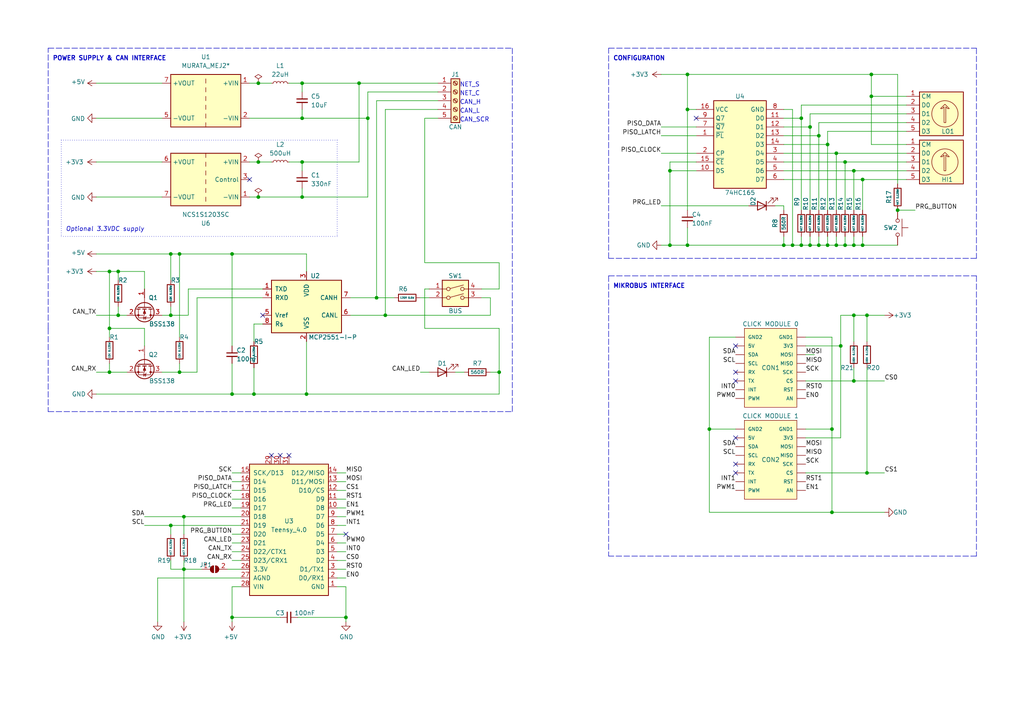
<source format=kicad_sch>
(kicad_sch (version 20230121) (generator eeschema)
  (paper "A4")
  (title_block (title "NOP100 N2K Module with MikroBus") (date "2024-07-15") (rev "2.0.0") (company "PDJR <preeve@pdjr.eu>"))
  (lib_symbols
    (symbol "Connector:Screw_Terminal_01x05" (pin_names (offset 1.016) hide)
      (property "Reference" "J" (at 0 7.62 0))
      (property "Value" "Screw_Terminal_01x05" (at 0 -7.62 0))
      (symbol "Screw_Terminal_01x05_1_1"
        (rectangle (start -1.27 6.35) (end 1.27 -6.35) (stroke (width 0.254)) (fill (type background)))
        (circle (center 0 -5.08) (radius 0.635) (stroke (width 0.1524)))
        (circle (center 0 -2.54) (radius 0.635) (stroke (width 0.1524)))
        (polyline (pts (xy -0.5334 -4.7498) (xy 0.3302 -5.588)) (stroke (width 0.1524)))
        (polyline (pts (xy -0.5334 -2.2098) (xy 0.3302 -3.048)) (stroke (width 0.1524)))
        (polyline (pts (xy -0.5334 0.3302) (xy 0.3302 -0.508)) (stroke (width 0.1524)))
        (polyline (pts (xy -0.5334 2.8702) (xy 0.3302 2.032)) (stroke (width 0.1524)))
        (polyline (pts (xy -0.5334 5.4102) (xy 0.3302 4.572)) (stroke (width 0.1524)))
        (polyline (pts (xy -0.3556 -4.572) (xy 0.508 -5.4102)) (stroke (width 0.1524)))
        (polyline (pts (xy -0.3556 -2.032) (xy 0.508 -2.8702)) (stroke (width 0.1524)))
        (polyline (pts (xy -0.3556 0.508) (xy 0.508 -0.3302)) (stroke (width 0.1524)))
        (polyline (pts (xy -0.3556 3.048) (xy 0.508 2.2098)) (stroke (width 0.1524)))
        (polyline (pts (xy -0.3556 5.588) (xy 0.508 4.7498)) (stroke (width 0.1524)))
        (circle (center 0 0) (radius 0.635) (stroke (width 0.1524)))
        (circle (center 0 2.54) (radius 0.635) (stroke (width 0.1524)))
        (circle (center 0 5.08) (radius 0.635) (stroke (width 0.1524)))
        (pin passive line (at -5.08 5.08 0) (length 3.81) (name "Pin_1") (number "1"))
        (pin passive line (at -5.08 2.54 0) (length 3.81) (name "Pin_2") (number "2"))
        (pin passive line (at -5.08 0 0) (length 3.81) (name "Pin_3") (number "3"))
        (pin passive line (at -5.08 -2.54 0) (length 3.81) (name "Pin_4") (number "4"))
        (pin passive line (at -5.08 -5.08 0) (length 3.81) (name "Pin_5") (number "5"))
      )
    )
    (symbol "Converter_DCDC:NCS1S1203SC"
      (property "Reference" "U" (at -8.89 8.89 0))
      (property "Value" "NCS1S1203SC" (at 8.89 8.89 0))
      (symbol "NCS1S1203SC_0_1"
        (rectangle (start -10.16 7.62) (end 10.16 -7.62) (stroke (width 0.254)) (fill (type background)))
        (polyline (pts (xy 0 -5.08) (xy 0 -6.35)))
        (polyline (pts (xy 0 -2.54) (xy 0 -3.81)))
        (polyline (pts (xy 0 0) (xy 0 -1.27)))
        (polyline (pts (xy 0 2.54) (xy 0 1.27)))
        (polyline (pts (xy 0 5.08) (xy 0 3.81)))
        (polyline (pts (xy 0 7.62) (xy 0 6.35)))
      )
      (symbol "NCS1S1203SC_1_1"
        (pin power_in line (at -12.7 -5.08 0) (length 2.54) (name "-VIN") (number "1"))
        (pin power_in line (at -12.7 5.08 0) (length 2.54) (name "+VIN") (number "2"))
        (pin input line (at -12.7 0 0) (length 2.54) (name "Control") (number "3"))
        (pin power_out line (at 12.7 5.08 180) (length 2.54) (name "+VOUT") (number "6"))
        (pin power_out line (at 12.7 -5.08 180) (length 2.54) (name "-VOUT") (number "7"))
      )
    )
    (symbol "Device:C_Small" (pin_numbers hide) (pin_names (offset 0.254) hide)
      (property "Reference" "C" (at 0.254 1.778 0))
      (property "Value" "C_Small" (at 0.254 -2.032 0))
      (symbol "C_Small_0_1"
        (polyline (pts (xy -1.524 -0.508) (xy 1.524 -0.508)) (stroke (width 0.3302)))
        (polyline (pts (xy -1.524 0.508) (xy 1.524 0.508)) (stroke (width 0.3048)))
      )
      (symbol "C_Small_1_1"
        (pin passive line (at 0 2.54 270) (length 2.032) (name "~") (number "1"))
        (pin passive line (at 0 -2.54 90) (length 2.032) (name "~") (number "2"))
      )
    )
    (symbol "Device:LED" (pin_numbers hide) (pin_names (offset 1.016) hide)
      (property "Reference" "D" (at 0 2.54 0))
      (property "Value" "LED" (at 0 -2.54 0))
      (symbol "LED_0_1"
        (polyline (pts (xy -1.27 -1.27) (xy -1.27 1.27)) (stroke (width 0.254)))
        (polyline (pts (xy -1.27 0) (xy 1.27 0)))
        (polyline (pts (xy 1.27 -1.27) (xy 1.27 1.27) (xy -1.27 0) (xy 1.27 -1.27)) (stroke (width 0.254)))
        (polyline (pts (xy -3.048 -0.762) (xy -4.572 -2.286) (xy -3.81 -2.286) (xy -4.572 -2.286) (xy -4.572 -1.524)))
        (polyline (pts (xy -1.778 -0.762) (xy -3.302 -2.286) (xy -2.54 -2.286) (xy -3.302 -2.286) (xy -3.302 -1.524)))
      )
      (symbol "LED_1_1"
        (pin passive line (at -3.81 0 0) (length 2.54) (name "K") (number "1"))
        (pin passive line (at 3.81 0 180) (length 2.54) (name "A") (number "2"))
      )
    )
    (symbol "Device:L_Small" (pin_numbers hide) (pin_names (offset 0.254) hide)
      (property "Reference" "L" (at 0.762 1.016 0))
      (property "Value" "L_Small" (at 0.762 -1.016 0))
      (symbol "L_Small_0_1"
        (arc (start 0 -2.032) (mid 0.5058 -1.524) (end 0 -1.016))
        (arc (start 0 -1.016) (mid 0.5058 -0.508) (end 0 0))
        (arc (start 0 0) (mid 0.5058 0.508) (end 0 1.016))
        (arc (start 0 1.016) (mid 0.5058 1.524) (end 0 2.032))
      )
      (symbol "L_Small_1_1"
        (pin passive line (at 0 2.54 270) (length 0.508) (name "~") (number "1"))
        (pin passive line (at 0 -2.54 90) (length 0.508) (name "~") (number "2"))
      )
    )
    (symbol "Device:R" (pin_numbers hide) (pin_names (offset 0))
      (property "Reference" "R" (at 2.032 0 90))
      (property "Value" "R" (at 0 0 90))
      (symbol "R_0_1"
        (rectangle (start -1.016 -2.54) (end 1.016 2.54) (stroke (width 0.254)))
      )
      (symbol "R_1_1"
        (pin passive line (at 0 3.81 270) (length 1.27) (name "~") (number "1"))
        (pin passive line (at 0 -3.81 90) (length 1.27) (name "~") (number "2"))
      )
    )
    (symbol "Interface_CAN_LIN:MCP2551-I-P" (pin_names (offset 1.016))
      (property "Reference" "U" (at -10.16 8.89 0))
      (property "Value" "MCP2551-I-P" (at 2.54 8.89 0))
      (symbol "MCP2551-I-P_0_1"
        (rectangle (start -10.16 7.62) (end 10.16 -7.62) (stroke (width 0.254)) (fill (type background)))
      )
      (symbol "MCP2551-I-P_1_1"
        (pin input line (at -12.7 5.08 0) (length 2.54) (name "TXD") (number "1"))
        (pin power_in line (at 0 -10.16 90) (length 2.54) (name "VSS") (number "2"))
        (pin power_in line (at 0 10.16 270) (length 2.54) (name "VDD") (number "3"))
        (pin output line (at -12.7 2.54 0) (length 2.54) (name "RXD") (number "4"))
        (pin power_out line (at -12.7 -2.54 0) (length 2.54) (name "Vref") (number "5"))
        (pin bidirectional line (at 12.7 -2.54 180) (length 2.54) (name "CANL") (number "6"))
        (pin bidirectional line (at 12.7 2.54 180) (length 2.54) (name "CANH") (number "7"))
        (pin input line (at -12.7 -5.08 0) (length 2.54) (name "Rs") (number "8"))
      )
    )
    (symbol "Jumper:SolderJumper_2_Open" (pin_names (offset 0) hide)
      (property "Reference" "JP" (at 0 2.032 0))
      (property "Value" "SolderJumper_2_Open" (at 0 -2.54 0))
      (symbol "SolderJumper_2_Open_0_1"
        (arc (start -0.254 1.016) (mid -1.2656 0) (end -0.254 -1.016))
        (arc (start -0.254 1.016) (mid -1.2656 0) (end -0.254 -1.016) (fill (type outline)))
        (polyline (pts (xy -0.254 1.016) (xy -0.254 -1.016)))
        (polyline (pts (xy 0.254 1.016) (xy 0.254 -1.016)))
        (arc (start 0.254 -1.016) (mid 1.2656 0) (end 0.254 1.016))
        (arc (start 0.254 -1.016) (mid 1.2656 0) (end 0.254 1.016) (fill (type outline)))
      )
      (symbol "SolderJumper_2_Open_1_1"
        (pin passive line (at -3.81 0 0) (length 2.54) (name "A") (number "1"))
        (pin passive line (at 3.81 0 180) (length 2.54) (name "B") (number "2"))
      )
    )
    (symbol "Switch:SW_Coded"
      (property "Reference" "SW" (at 0 7.62 0))
      (property "Value" "SW_Coded" (at 0 -7.62 0))
      (symbol "SW_Coded_0_1"
        (rectangle (start -6.35 6.35) (end 6.35 -6.35) (stroke (width 0.254)) (fill (type background)))
        (circle (center -1.016 0) (radius 3.81))
        (polyline (pts (xy -1.27 -2.54) (xy -1.27 2.032) (xy -1.778 1.524) (xy -2.286 1.524) (xy -1.016 2.794) (xy 0.254 1.524) (xy -0.254 1.524) (xy -0.762 2.032) (xy -0.762 -2.54) (xy -1.27 -2.54) (xy -1.27 -2.54)))
      )
      (symbol "SW_Coded_1_1"
        (pin passive line (at 10.16 5.08 180) (length 3.81) (name "CM") (number "1"))
        (pin passive line (at 10.16 2.54 180) (length 3.81) (name "D0") (number "2"))
        (pin passive line (at 10.16 0 180) (length 3.81) (name "D1") (number "3"))
        (pin passive line (at 10.16 -2.54 180) (length 3.81) (name "D2") (number "4"))
        (pin passive line (at 10.16 -5.08 180) (length 3.81) (name "D3") (number "5"))
      )
    )
    (symbol "Switch:SW_DIP_x02" (pin_names (offset 0) hide)
      (property "Reference" "SW" (at 0 6.35 0))
      (property "Value" "SW_DIP_x02" (at 0 -3.81 0))
      (symbol "SW_DIP_x02_0_0"
        (circle (center -2.032 0) (radius 0.508))
        (circle (center -2.032 2.54) (radius 0.508))
        (polyline (pts (xy -1.524 0.127) (xy 2.3622 1.1684)))
        (polyline (pts (xy -1.524 2.667) (xy 2.3622 3.7084)))
        (circle (center 2.032 0) (radius 0.508))
        (circle (center 2.032 2.54) (radius 0.508))
      )
      (symbol "SW_DIP_x02_0_1"
        (rectangle (start -3.81 5.08) (end 3.81 -2.54) (stroke (width 0.254)) (fill (type background)))
      )
      (symbol "SW_DIP_x02_1_1"
        (pin passive line (at -7.62 2.54 0) (length 5.08) (name "~") (number "1"))
        (pin passive line (at -7.62 0 0) (length 5.08) (name "~") (number "2"))
        (pin passive line (at 7.62 0 180) (length 5.08) (name "~") (number "3"))
        (pin passive line (at 7.62 2.54 180) (length 5.08) (name "~") (number "4"))
      )
    )
    (symbol "Switch:SW_Push" (pin_numbers hide) (pin_names (offset 1.016) hide)
      (property "Reference" "SW" (at 1.27 2.54 0))
      (property "Value" "SW_Push" (at 0 -1.524 0))
      (symbol "SW_Push_0_1"
        (circle (center -2.032 0) (radius 0.508))
        (polyline (pts (xy 0 1.27) (xy 0 3.048)))
        (polyline (pts (xy 2.54 1.27) (xy -2.54 1.27)))
        (circle (center 2.032 0) (radius 0.508))
        (pin passive line (at -5.08 0 0) (length 2.54) (name "1") (number "1"))
        (pin passive line (at 5.08 0 180) (length 2.54) (name "2") (number "2"))
      )
    )
    (symbol "Transistor_FET:BSS138" (pin_names hide)
      (property "Reference" "Q" (at 5.08 1.905 0))
      (property "Value" "BSS138" (at 5.08 0 0))
      (symbol "BSS138_0_1"
        (polyline (pts (xy 0.254 0) (xy -2.54 0)))
        (polyline (pts (xy 0.254 1.905) (xy 0.254 -1.905)) (stroke (width 0.254)))
        (polyline (pts (xy 0.762 -1.27) (xy 0.762 -2.286)) (stroke (width 0.254)))
        (polyline (pts (xy 0.762 0.508) (xy 0.762 -0.508)) (stroke (width 0.254)))
        (polyline (pts (xy 0.762 2.286) (xy 0.762 1.27)) (stroke (width 0.254)))
        (polyline (pts (xy 2.54 2.54) (xy 2.54 1.778)))
        (polyline (pts (xy 2.54 -2.54) (xy 2.54 0) (xy 0.762 0)))
        (polyline (pts (xy 0.762 -1.778) (xy 3.302 -1.778) (xy 3.302 1.778) (xy 0.762 1.778)))
        (polyline (pts (xy 1.016 0) (xy 2.032 0.381) (xy 2.032 -0.381) (xy 1.016 0)) (fill (type outline)))
        (polyline (pts (xy 2.794 0.508) (xy 2.921 0.381) (xy 3.683 0.381) (xy 3.81 0.254)))
        (polyline (pts (xy 3.302 0.381) (xy 2.921 -0.254) (xy 3.683 -0.254) (xy 3.302 0.381)))
        (circle (center 1.651 0) (radius 2.794) (stroke (width 0.254)))
        (circle (center 2.54 -1.778) (radius 0.254) (fill (type outline)))
        (circle (center 2.54 1.778) (radius 0.254) (fill (type outline)))
      )
      (symbol "BSS138_1_1"
        (pin input line (at -5.08 0 0) (length 2.54) (name "G") (number "1"))
        (pin passive line (at 2.54 -5.08 90) (length 2.54) (name "S") (number "2"))
        (pin passive line (at 2.54 5.08 270) (length 2.54) (name "D") (number "3"))
      )
    )
    (symbol "pdjr:74HC165"
      (property "Reference" "U" (at -7.62 19.05 0))
      (property "Value" "74HC165" (at -7.62 -8.89 0))
      (symbol "74HC165_1_0"
        (pin input line (at 12.7 7.62 180) (length 5.08) (name "~{PL}") (number "1"))
        (pin input line (at 12.7 -2.54 180) (length 5.08) (name "DS") (number "10"))
        (pin input line (at -12.7 12.7 0) (length 5.08) (name "D0") (number "11"))
        (pin input line (at -12.7 10.16 0) (length 5.08) (name "D1") (number "12"))
        (pin input line (at -12.7 7.62 0) (length 5.08) (name "D2") (number "13"))
        (pin input line (at -12.7 5.08 0) (length 5.08) (name "D3") (number "14"))
        (pin input line (at 12.7 0 180) (length 5.08) (name "~{CE}") (number "15"))
        (pin power_in line (at 12.7 15.24 180) (length 5.08) (name "VCC") (number "16"))
        (pin input line (at 12.7 2.54 180) (length 5.08) (name "CP") (number "2"))
        (pin input line (at -12.7 2.54 0) (length 5.08) (name "D4") (number "3"))
        (pin input line (at -12.7 0 0) (length 5.08) (name "D5") (number "4"))
        (pin input line (at -12.7 -2.54 0) (length 5.08) (name "D6") (number "5"))
        (pin input line (at -12.7 -5.08 0) (length 5.08) (name "D7") (number "6"))
        (pin output line (at 12.7 10.16 180) (length 5.08) (name "~{Q7}") (number "7"))
        (pin power_in line (at -12.7 15.24 0) (length 5.08) (name "GND") (number "8"))
        (pin output line (at 12.7 12.7 180) (length 5.08) (name "Q7") (number "9"))
      )
      (symbol "74HC165_1_1"
        (rectangle (start -7.62 17.78) (end 7.62 -7.62) (stroke (width 0.254)) (fill (type background)))
      )
    )
    (symbol "pdjr:MIKROBUS_MODULE_CONN" (pin_numbers hide) (pin_names (offset 1.016))
      (property "Reference" "CON2" (at 0 -16.51 0))
      (property "Value" "MIKROBUS_MODULE_CONN" (at 0 -13.97 0))
      (symbol "MIKROBUS_MODULE_CONN_1_0"
        (rectangle (start -7.62 11.43) (end 7.62 -11.43) (fill (type background)))
        (pin bidirectional line (at -10.16 8.89 0) (length 2.54) (name "AN") (number "P1"))
        (pin power_in line (at 10.16 -6.35 180) (length 2.54) (name "5V") (number "P10"))
        (pin bidirectional line (at 10.16 -3.81 180) (length 2.54) (name "SDA") (number "P11"))
        (pin bidirectional line (at 10.16 -1.27 180) (length 2.54) (name "SCL") (number "P12"))
        (pin bidirectional line (at 10.16 1.27 180) (length 2.54) (name "RX") (number "P13"))
        (pin bidirectional line (at 10.16 3.81 180) (length 2.54) (name "TX") (number "P14"))
        (pin bidirectional line (at 10.16 6.35 180) (length 2.54) (name "INT") (number "P15"))
        (pin bidirectional line (at 10.16 8.89 180) (length 2.54) (name "PWM") (number "P16"))
        (pin bidirectional line (at -10.16 6.35 0) (length 2.54) (name "RST") (number "P2"))
        (pin bidirectional line (at -10.16 3.81 0) (length 2.54) (name "CS") (number "P3"))
        (pin bidirectional line (at -10.16 1.27 0) (length 2.54) (name "SCK") (number "P4"))
        (pin bidirectional line (at -10.16 -1.27 0) (length 2.54) (name "MISO") (number "P5"))
        (pin bidirectional line (at -10.16 -3.81 0) (length 2.54) (name "MOSI") (number "P6"))
        (pin power_in line (at -10.16 -6.35 0) (length 2.54) (name "3V3") (number "P7"))
        (pin power_in line (at -10.16 -8.89 0) (length 2.54) (name "GND1") (number "P8"))
        (pin power_in line (at 10.16 -8.89 180) (length 2.54) (name "GND2") (number "P9"))
      )
    )
    (symbol "pdjr:MURATA_MEJ2*"
      (property "Reference" "U1" (at 0 12.7 0))
      (property "Value" "MURATA_MEJ2*" (at 0 10.16 0))
      (symbol "MURATA_MEJ2*_0_1"
        (rectangle (start -10.16 7.62) (end 10.16 -7.62) (stroke (width 0.254)) (fill (type background)))
        (polyline (pts (xy 0 -5.08) (xy 0 -6.35)))
        (polyline (pts (xy 0 -2.54) (xy 0 -3.81)))
        (polyline (pts (xy 0 0) (xy 0 -1.27)))
        (polyline (pts (xy 0 2.54) (xy 0 1.27)))
        (polyline (pts (xy 0 5.08) (xy 0 3.81)))
        (polyline (pts (xy 0 7.62) (xy 0 6.35)))
      )
      (symbol "MURATA_MEJ2*_1_1"
        (pin power_in line (at -12.7 -5.08 0) (length 2.54) (name "+VIN") (number "1"))
        (pin power_in line (at -12.7 5.08 0) (length 2.54) (name "-VIN") (number "2"))
        (pin power_out line (at 12.7 5.08 180) (length 2.54) (name "-VOUT") (number "5"))
        (pin power_out line (at 12.7 -5.08 180) (length 2.54) (name "+VOUT") (number "7"))
      )
    )
    (symbol "pdjr:Teensy_4.0" (pin_names (offset 1.016))
      (property "Reference" "U3" (at 13.97 5.08 0))
      (property "Value" "Teensy_4.0" (at 13.97 7.62 0))
      (symbol "Teensy_4.0_0_1"
        (rectangle (start 2.54 -35.56) (end 25.4 2.54) (stroke (width 0.254)) (fill (type background)))
      )
      (symbol "Teensy_4.0_1_1"
        (pin power_in line (at 0 0 0) (length 2.54) (name "GND") (number "1"))
        (pin bidirectional line (at 0 -22.86 0) (length 2.54) (name "D8") (number "10"))
        (pin bidirectional line (at 0 -25.4 0) (length 2.54) (name "D9") (number "11"))
        (pin bidirectional line (at 0 -27.94 0) (length 2.54) (name "D10/CS") (number "12"))
        (pin bidirectional line (at 0 -30.48 0) (length 2.54) (name "D11/MOSI") (number "13"))
        (pin bidirectional line (at 0 -33.02 0) (length 2.54) (name "D12/MISO") (number "14"))
        (pin bidirectional line (at 27.94 -33.02 180) (length 2.54) (name "SCK/D13") (number "15"))
        (pin bidirectional line (at 27.94 -30.48 180) (length 2.54) (name "D14") (number "16"))
        (pin bidirectional line (at 27.94 -27.94 180) (length 2.54) (name "D15") (number "17"))
        (pin bidirectional line (at 27.94 -25.4 180) (length 2.54) (name "D16") (number "18"))
        (pin bidirectional line (at 27.94 -22.86 180) (length 2.54) (name "D17") (number "19"))
        (pin bidirectional line (at 0 -2.54 0) (length 2.54) (name "D0/RX1") (number "2"))
        (pin bidirectional line (at 27.94 -20.32 180) (length 2.54) (name "D18") (number "20"))
        (pin bidirectional line (at 27.94 -17.78 180) (length 2.54) (name "D19") (number "21"))
        (pin bidirectional line (at 27.94 -15.24 180) (length 2.54) (name "D20") (number "22"))
        (pin bidirectional line (at 27.94 -12.7 180) (length 2.54) (name "D21") (number "23"))
        (pin bidirectional line (at 27.94 -10.16 180) (length 2.54) (name "D22/CTX1") (number "24"))
        (pin bidirectional line (at 27.94 -7.62 180) (length 2.54) (name "D23/CRX1") (number "25"))
        (pin power_out line (at 27.94 -5.08 180) (length 2.54) (name "3.3V") (number "26"))
        (pin power_in line (at 27.94 -2.54 180) (length 2.54) (name "AGND") (number "27"))
        (pin power_in line (at 27.94 0 180) (length 2.54) (name "VIN") (number "28"))
        (pin input line (at 19.05 -38.1 90) (length 2.54) (name "~") (number "29"))
        (pin bidirectional line (at 0 -5.08 0) (length 2.54) (name "D1/TX1") (number "3"))
        (pin input line (at 16.51 -38.1 90) (length 2.54) (name "~") (number "30"))
        (pin input line (at 13.97 -38.1 90) (length 2.54) (name "~") (number "31"))
        (pin bidirectional line (at 0 -7.62 0) (length 2.54) (name "D2") (number "4"))
        (pin bidirectional line (at 0 -10.16 0) (length 2.54) (name "D3") (number "5"))
        (pin bidirectional line (at 0 -12.7 0) (length 2.54) (name "D4") (number "6"))
        (pin bidirectional line (at 0 -15.24 0) (length 2.54) (name "D5") (number "7"))
        (pin bidirectional line (at 0 -17.78 0) (length 2.54) (name "D6") (number "8"))
        (pin bidirectional line (at 0 -20.32 0) (length 2.54) (name "D7") (number "9"))
      )
    )
    (symbol "power:+3V3" (power) (pin_names (offset 0))
      (property "Value" "+3V3" (at 0 3.556 0))
      (symbol "+3V3_0_1"
        (polyline (pts (xy -0.762 1.27) (xy 0 2.54)))
        (polyline (pts (xy 0 0) (xy 0 2.54)))
        (polyline (pts (xy 0 2.54) (xy 0.762 1.27)))
      )
      (symbol "+3V3_1_1"
        (pin power_in line (at 0 0 90) (length 0) hide (name "+3V3") (number "1"))
      )
    )
    (symbol "power:+5V" (power) (pin_names (offset 0))
      (property "Value" "+5V" (at 0 3.556 0))
      (symbol "+5V_0_1"
        (polyline (pts (xy -0.762 1.27) (xy 0 2.54)))
        (polyline (pts (xy 0 0) (xy 0 2.54)))
        (polyline (pts (xy 0 2.54) (xy 0.762 1.27)))
      )
      (symbol "+5V_1_1"
        (pin power_in line (at 0 0 90) (length 0) hide (name "+5V") (number "1"))
      )
    )
    (symbol "power:GND" (power) (pin_names (offset 0))
      (property "Value" "GND" (at 0 -3.81 0))
      (symbol "GND_0_1"
        (polyline (pts (xy 0 0) (xy 0 -1.27) (xy 1.27 -1.27) (xy 0 -2.54) (xy -1.27 -1.27) (xy 0 -1.27)))
      )
      (symbol "GND_1_1"
        (pin power_in line (at 0 0 270) (length 0) hide (name "GND") (number "1"))
      )
    )
    (symbol "power:PWR_FLAG" (power) (pin_numbers hide) (pin_names (offset 0) hide)
      (property "Value" "PWR_FLAG" (at 0 3.81 0))
      (symbol "PWR_FLAG_0_0"
        (pin power_out line (at 0 0 90) (length 0) (name "pwr") (number "1"))
      )
      (symbol "PWR_FLAG_0_1"
        (polyline (pts (xy 0 0) (xy 0 1.27) (xy -1.016 1.905) (xy 0 2.54) (xy 1.016 1.905) (xy 0 1.27)))
      )
    )
  )
  (junction (at 242.57 71.12))
  (junction (at 199.39 31.75))
  (junction (at 237.49 71.12))
  (junction (at 87.63 57.15))
  (junction (at 199.39 21.59))
  (junction (at 243.84 100.33))
  (junction (at 194.31 49.53))
  (junction (at 232.41 71.12))
  (junction (at 260.35 60.96))
  (junction (at 67.31 73.66))
  (junction (at 199.39 71.12))
  (junction (at 144.78 107.95))
  (junction (at 53.34 165.1))
  (junction (at 74.93 24.13))
  (junction (at 240.03 41.91))
  (junction (at 237.49 39.37))
  (junction (at 245.11 46.99))
  (junction (at 229.87 71.12))
  (junction (at 234.95 36.83))
  (junction (at 74.93 46.99))
  (junction (at 100.33 179.07))
  (junction (at 34.29 91.44))
  (junction (at 240.03 71.12))
  (junction (at 74.93 57.15))
  (junction (at 242.57 44.45))
  (junction (at 53.34 149.86))
  (junction (at 232.41 34.29))
  (junction (at 250.19 52.07))
  (junction (at 31.75 78.74))
  (junction (at 49.53 73.66))
  (junction (at 250.19 71.12))
  (junction (at 87.63 34.29))
  (junction (at 252.73 27.94))
  (junction (at 251.46 137.16))
  (junction (at 251.46 91.44))
  (junction (at 52.07 107.95))
  (junction (at 49.53 91.44))
  (junction (at 104.14 24.13))
  (junction (at 245.11 71.12))
  (junction (at 241.3 148.59))
  (junction (at 111.76 91.44))
  (junction (at 247.65 110.49))
  (junction (at 87.63 46.99))
  (junction (at 247.65 91.44))
  (junction (at 52.07 73.66))
  (junction (at 247.65 49.53))
  (junction (at 31.75 95.25))
  (junction (at 67.31 179.07))
  (junction (at 109.22 86.36))
  (junction (at 241.3 124.46))
  (junction (at 73.66 114.3))
  (junction (at 247.65 71.12))
  (junction (at 87.63 24.13))
  (junction (at 234.95 71.12))
  (junction (at 34.29 78.74))
  (junction (at 67.31 114.3))
  (junction (at 88.9 114.3))
  (junction (at 49.53 152.4))
  (junction (at 194.31 71.12))
  (junction (at 205.74 124.46))
  (junction (at 31.75 107.95))
  (junction (at 227.33 71.12))
  (junction (at 252.73 21.59))
  (junction (at 106.68 34.29))
  (no_connect (at 201.93 34.29))
  (no_connect (at 213.36 110.49))
  (no_connect (at 213.36 137.16))
  (no_connect (at 213.36 127))
  (no_connect (at 76.2 91.44))
  (no_connect (at 72.39 52.07))
  (no_connect (at 213.36 134.62))
  (no_connect (at 81.28 132.08))
  (no_connect (at 100.33 154.94))
  (no_connect (at 83.82 132.08))
  (no_connect (at 78.74 132.08))
  (no_connect (at 213.36 107.95))
  (no_connect (at 213.36 100.33))
  (polyline (pts (xy 283.21 161.29) (xy 176.53 161.29)) (stroke (width 0) (type dash)))
  (wire (pts (xy 199.39 60.96) (xy 199.39 31.75)))
  (wire (pts (xy 240.03 38.1) (xy 262.89 38.1)))
  (wire (pts (xy 252.73 27.94) (xy 262.89 27.94)))
  (wire (pts (xy 132.08 107.95) (xy 134.62 107.95)))
  (wire (pts (xy 67.31 144.78) (xy 69.85 144.78)))
  (wire (pts (xy 49.53 81.28) (xy 49.53 73.66)))
  (wire (pts (xy 142.24 86.36) (xy 139.7 86.36)))
  (wire (pts (xy 237.49 68.58) (xy 237.49 71.12)))
  (wire (pts (xy 49.53 152.4) (xy 49.53 154.94)))
  (wire (pts (xy 227.33 46.99) (xy 245.11 46.99)))
  (wire (pts (xy 205.74 124.46) (xy 213.36 124.46)))
  (wire (pts (xy 247.65 91.44) (xy 251.46 91.44)))
  (wire (pts (xy 234.95 71.12) (xy 237.49 71.12)))
  (wire (pts (xy 41.91 149.86) (xy 53.34 149.86)))
  (wire (pts (xy 227.33 68.58) (xy 227.33 71.12)))
  (wire (pts (xy 237.49 39.37) (xy 237.49 60.96)))
  (wire (pts (xy 31.75 95.25) (xy 41.91 95.25)))
  (wire (pts (xy 205.74 97.79) (xy 205.74 124.46)))
  (wire (pts (xy 243.84 127) (xy 243.84 100.33)))
  (wire (pts (xy 45.72 167.64) (xy 45.72 180.34)))
  (wire (pts (xy 233.68 110.49) (xy 247.65 110.49)))
  (wire (pts (xy 97.79 147.32) (xy 100.33 147.32)))
  (wire (pts (xy 67.31 73.66) (xy 88.9 73.66)))
  (wire (pts (xy 109.22 29.21) (xy 109.22 86.36)))
  (wire (pts (xy 27.94 34.29) (xy 46.99 34.29)))
  (wire (pts (xy 87.63 34.29) (xy 106.68 34.29)))
  (wire (pts (xy 201.93 39.37) (xy 191.77 39.37)))
  (wire (pts (xy 97.79 144.78) (xy 100.33 144.78)))
  (wire (pts (xy 31.75 107.95) (xy 36.83 107.95)))
  (wire (pts (xy 199.39 31.75) (xy 201.93 31.75)))
  (wire (pts (xy 97.79 139.7) (xy 100.33 139.7)))
  (wire (pts (xy 232.41 34.29) (xy 232.41 30.48)))
  (wire (pts (xy 73.66 93.98) (xy 76.2 93.98)))
  (wire (pts (xy 31.75 107.95) (xy 27.94 107.95)))
  (wire (pts (xy 83.82 24.13) (xy 87.63 24.13)))
  (wire (pts (xy 27.94 57.15) (xy 46.99 57.15)))
  (wire (pts (xy 199.39 71.12) (xy 194.31 71.12)))
  (wire (pts (xy 69.85 170.18) (xy 67.31 170.18)))
  (wire (pts (xy 97.79 152.4) (xy 100.33 152.4)))
  (wire (pts (xy 229.87 71.12) (xy 232.41 71.12)))
  (wire (pts (xy 67.31 100.33) (xy 67.31 73.66)))
  (polyline (pts (xy 13.97 119.38) (xy 148.59 119.38)) (stroke (width 0) (type dash)))
  (wire (pts (xy 31.75 105.41) (xy 31.75 107.95)))
  (wire (pts (xy 53.34 149.86) (xy 69.85 149.86)))
  (wire (pts (xy 52.07 73.66) (xy 52.07 97.79)))
  (wire (pts (xy 199.39 71.12) (xy 227.33 71.12)))
  (wire (pts (xy 52.07 107.95) (xy 46.99 107.95)))
  (wire (pts (xy 242.57 68.58) (xy 242.57 71.12)))
  (wire (pts (xy 49.53 165.1) (xy 49.53 162.56)))
  (wire (pts (xy 97.79 160.02) (xy 100.33 160.02)))
  (wire (pts (xy 67.31 162.56) (xy 69.85 162.56)))
  (wire (pts (xy 199.39 21.59) (xy 252.73 21.59)))
  (wire (pts (xy 52.07 105.41) (xy 52.07 107.95)))
  (wire (pts (xy 205.74 124.46) (xy 205.74 148.59)))
  (wire (pts (xy 144.78 83.82) (xy 144.78 76.2)))
  (wire (pts (xy 205.74 97.79) (xy 213.36 97.79)))
  (wire (pts (xy 74.93 24.13) (xy 78.74 24.13)))
  (wire (pts (xy 123.19 34.29) (xy 123.19 76.2)))
  (wire (pts (xy 233.68 102.87) (xy 236.22 102.87)))
  (wire (pts (xy 243.84 91.44) (xy 247.65 91.44)))
  (polyline (pts (xy 283.21 74.93) (xy 176.53 74.93)) (stroke (width 0) (type dash)))
  (wire (pts (xy 227.33 49.53) (xy 247.65 49.53)))
  (wire (pts (xy 49.53 88.9) (xy 49.53 91.44)))
  (wire (pts (xy 31.75 97.79) (xy 31.75 95.25)))
  (wire (pts (xy 67.31 157.48) (xy 69.85 157.48)))
  (wire (pts (xy 49.53 152.4) (xy 69.85 152.4)))
  (wire (pts (xy 87.63 57.15) (xy 106.68 57.15)))
  (wire (pts (xy 232.41 34.29) (xy 232.41 60.96)))
  (wire (pts (xy 97.79 142.24) (xy 100.33 142.24)))
  (wire (pts (xy 234.95 68.58) (xy 234.95 71.12)))
  (wire (pts (xy 88.9 114.3) (xy 144.78 114.3)))
  (wire (pts (xy 67.31 179.07) (xy 81.28 179.07)))
  (wire (pts (xy 205.74 148.59) (xy 241.3 148.59)))
  (wire (pts (xy 251.46 106.68) (xy 251.46 137.16)))
  (wire (pts (xy 247.65 110.49) (xy 256.54 110.49)))
  (wire (pts (xy 260.35 60.96) (xy 265.43 60.96)))
  (wire (pts (xy 101.6 91.44) (xy 111.76 91.44)))
  (wire (pts (xy 240.03 41.91) (xy 240.03 60.96)))
  (polyline (pts (xy 176.53 74.93) (xy 176.53 13.97)) (stroke (width 0) (type dash)))
  (wire (pts (xy 260.35 21.59) (xy 252.73 21.59)))
  (wire (pts (xy 27.94 24.13) (xy 46.99 24.13)))
  (wire (pts (xy 252.73 41.91) (xy 262.89 41.91)))
  (wire (pts (xy 87.63 54.61) (xy 87.63 57.15)))
  (wire (pts (xy 34.29 91.44) (xy 27.94 91.44)))
  (wire (pts (xy 241.3 148.59) (xy 256.54 148.59)))
  (wire (pts (xy 142.24 107.95) (xy 144.78 107.95)))
  (wire (pts (xy 250.19 52.07) (xy 250.19 60.96)))
  (wire (pts (xy 97.79 149.86) (xy 100.33 149.86)))
  (wire (pts (xy 201.93 44.45) (xy 191.77 44.45)))
  (wire (pts (xy 245.11 68.58) (xy 245.11 71.12)))
  (wire (pts (xy 260.35 53.34) (xy 260.35 21.59)))
  (wire (pts (xy 100.33 179.07) (xy 100.33 170.18)))
  (wire (pts (xy 245.11 46.99) (xy 262.89 46.99)))
  (wire (pts (xy 227.33 39.37) (xy 237.49 39.37)))
  (wire (pts (xy 227.33 31.75) (xy 229.87 31.75)))
  (wire (pts (xy 67.31 137.16) (xy 69.85 137.16)))
  (wire (pts (xy 67.31 142.24) (xy 69.85 142.24)))
  (wire (pts (xy 250.19 52.07) (xy 262.89 52.07)))
  (wire (pts (xy 52.07 73.66) (xy 67.31 73.66)))
  (wire (pts (xy 191.77 36.83) (xy 201.93 36.83)))
  (wire (pts (xy 124.46 83.82) (xy 123.19 83.82)))
  (wire (pts (xy 234.95 33.02) (xy 262.89 33.02)))
  (wire (pts (xy 34.29 91.44) (xy 36.83 91.44)))
  (wire (pts (xy 72.39 46.99) (xy 74.93 46.99)))
  (wire (pts (xy 251.46 137.16) (xy 256.54 137.16)))
  (wire (pts (xy 72.39 34.29) (xy 87.63 34.29)))
  (wire (pts (xy 229.87 31.75) (xy 229.87 71.12)))
  (wire (pts (xy 245.11 46.99) (xy 245.11 60.96)))
  (wire (pts (xy 250.19 71.12) (xy 260.35 71.12)))
  (wire (pts (xy 54.61 91.44) (xy 49.53 91.44)))
  (wire (pts (xy 251.46 91.44) (xy 251.46 99.06)))
  (wire (pts (xy 191.77 59.69) (xy 217.17 59.69)))
  (wire (pts (xy 54.61 83.82) (xy 54.61 91.44)))
  (wire (pts (xy 87.63 31.75) (xy 87.63 34.29)))
  (wire (pts (xy 241.3 97.79) (xy 241.3 124.46)))
  (wire (pts (xy 53.34 165.1) (xy 49.53 165.1)))
  (wire (pts (xy 123.19 34.29) (xy 127 34.29)))
  (wire (pts (xy 256.54 91.44) (xy 251.46 91.44)))
  (wire (pts (xy 27.94 73.66) (xy 49.53 73.66)))
  (wire (pts (xy 34.29 78.74) (xy 41.91 78.74)))
  (wire (pts (xy 73.66 93.98) (xy 73.66 99.06)))
  (wire (pts (xy 199.39 31.75) (xy 199.39 21.59)))
  (wire (pts (xy 86.36 179.07) (xy 100.33 179.07)))
  (wire (pts (xy 104.14 24.13) (xy 104.14 46.99)))
  (wire (pts (xy 194.31 71.12) (xy 191.77 71.12)))
  (wire (pts (xy 247.65 68.58) (xy 247.65 71.12)))
  (wire (pts (xy 127 31.75) (xy 111.76 31.75)))
  (wire (pts (xy 34.29 88.9) (xy 34.29 91.44)))
  (wire (pts (xy 87.63 46.99) (xy 104.14 46.99)))
  (wire (pts (xy 247.65 91.44) (xy 247.65 99.06)))
  (wire (pts (xy 111.76 31.75) (xy 111.76 91.44)))
  (wire (pts (xy 74.93 57.15) (xy 87.63 57.15)))
  (wire (pts (xy 97.79 162.56) (xy 100.33 162.56)))
  (wire (pts (xy 101.6 86.36) (xy 109.22 86.36)))
  (wire (pts (xy 227.33 41.91) (xy 240.03 41.91)))
  (wire (pts (xy 31.75 95.25) (xy 31.75 78.74)))
  (wire (pts (xy 227.33 60.96) (xy 227.33 59.69)))
  (wire (pts (xy 67.31 170.18) (xy 67.31 179.07)))
  (wire (pts (xy 67.31 160.02) (xy 69.85 160.02)))
  (wire (pts (xy 232.41 71.12) (xy 234.95 71.12)))
  (polyline (pts (xy 176.53 80.01) (xy 176.53 161.29)) (stroke (width 0) (type dash)))
  (wire (pts (xy 106.68 34.29) (xy 106.68 57.15)))
  (wire (pts (xy 237.49 71.12) (xy 240.03 71.12)))
  (polyline (pts (xy 17.78 40.64) (xy 97.79 40.64)) (stroke (width 0) (type dot)))
  (wire (pts (xy 57.15 86.36) (xy 57.15 107.95)))
  (polyline (pts (xy 13.97 95.25) (xy 13.97 13.97)) (stroke (width 0) (type dash)))
  (wire (pts (xy 88.9 99.06) (xy 88.9 114.3)))
  (wire (pts (xy 41.91 78.74) (xy 41.91 83.82)))
  (wire (pts (xy 240.03 68.58) (xy 240.03 71.12)))
  (wire (pts (xy 252.73 27.94) (xy 252.73 41.91)))
  (wire (pts (xy 67.31 147.32) (xy 69.85 147.32)))
  (wire (pts (xy 227.33 36.83) (xy 234.95 36.83)))
  (wire (pts (xy 237.49 39.37) (xy 237.49 35.56)))
  (polyline (pts (xy 13.97 95.25) (xy 13.97 119.38)) (stroke (width 0) (type dash)))
  (wire (pts (xy 87.63 24.13) (xy 104.14 24.13)))
  (polyline (pts (xy 283.21 13.97) (xy 283.21 74.93)) (stroke (width 0) (type dash)))
  (wire (pts (xy 144.78 95.25) (xy 144.78 107.95)))
  (wire (pts (xy 227.33 59.69) (xy 224.79 59.69)))
  (wire (pts (xy 232.41 30.48) (xy 262.89 30.48)))
  (wire (pts (xy 111.76 91.44) (xy 142.24 91.44)))
  (wire (pts (xy 41.91 95.25) (xy 41.91 100.33)))
  (wire (pts (xy 243.84 91.44) (xy 243.84 100.33)))
  (wire (pts (xy 106.68 26.67) (xy 127 26.67)))
  (wire (pts (xy 233.68 124.46) (xy 241.3 124.46)))
  (wire (pts (xy 67.31 114.3) (xy 27.94 114.3)))
  (wire (pts (xy 76.2 83.82) (xy 54.61 83.82)))
  (wire (pts (xy 123.19 95.25) (xy 144.78 95.25)))
  (wire (pts (xy 67.31 139.7) (xy 69.85 139.7)))
  (wire (pts (xy 233.68 127) (xy 243.84 127)))
  (wire (pts (xy 199.39 66.04) (xy 199.39 71.12)))
  (wire (pts (xy 73.66 114.3) (xy 88.9 114.3)))
  (wire (pts (xy 227.33 44.45) (xy 242.57 44.45)))
  (wire (pts (xy 250.19 68.58) (xy 250.19 71.12)))
  (wire (pts (xy 76.2 86.36) (xy 57.15 86.36)))
  (wire (pts (xy 83.82 46.99) (xy 87.63 46.99)))
  (wire (pts (xy 67.31 154.94) (xy 69.85 154.94)))
  (polyline (pts (xy 97.79 40.64) (xy 97.79 68.58)) (stroke (width 0) (type dot)))
  (wire (pts (xy 72.39 24.13) (xy 74.93 24.13)))
  (wire (pts (xy 247.65 49.53) (xy 247.65 60.96)))
  (wire (pts (xy 34.29 78.74) (xy 31.75 78.74)))
  (wire (pts (xy 194.31 49.53) (xy 194.31 71.12)))
  (wire (pts (xy 247.65 106.68) (xy 247.65 110.49)))
  (wire (pts (xy 49.53 73.66) (xy 52.07 73.66)))
  (wire (pts (xy 97.79 165.1) (xy 100.33 165.1)))
  (polyline (pts (xy 13.97 13.97) (xy 148.59 13.97)) (stroke (width 0) (type dash)))
  (wire (pts (xy 53.34 180.34) (xy 53.34 165.1)))
  (wire (pts (xy 247.65 49.53) (xy 262.89 49.53)))
  (wire (pts (xy 97.79 157.48) (xy 100.33 157.48)))
  (wire (pts (xy 233.68 100.33) (xy 243.84 100.33)))
  (wire (pts (xy 241.3 124.46) (xy 241.3 148.59)))
  (wire (pts (xy 234.95 36.83) (xy 234.95 60.96)))
  (wire (pts (xy 57.15 107.95) (xy 52.07 107.95)))
  (wire (pts (xy 53.34 165.1) (xy 58.42 165.1)))
  (wire (pts (xy 142.24 91.44) (xy 142.24 86.36)))
  (wire (pts (xy 234.95 36.83) (xy 234.95 33.02)))
  (wire (pts (xy 104.14 24.13) (xy 127 24.13)))
  (wire (pts (xy 123.19 83.82) (xy 123.19 95.25)))
  (wire (pts (xy 227.33 34.29) (xy 232.41 34.29)))
  (polyline (pts (xy 97.79 68.58) (xy 17.78 68.58)) (stroke (width 0) (type dot)))
  (wire (pts (xy 53.34 149.86) (xy 53.34 154.94)))
  (wire (pts (xy 240.03 41.91) (xy 240.03 38.1)))
  (wire (pts (xy 121.92 107.95) (xy 124.46 107.95)))
  (wire (pts (xy 49.53 91.44) (xy 46.99 91.44)))
  (wire (pts (xy 109.22 29.21) (xy 127 29.21)))
  (wire (pts (xy 67.31 180.34) (xy 67.31 179.07)))
  (wire (pts (xy 191.77 21.59) (xy 199.39 21.59)))
  (wire (pts (xy 87.63 46.99) (xy 87.63 49.53)))
  (wire (pts (xy 237.49 35.56) (xy 262.89 35.56)))
  (wire (pts (xy 121.92 86.36) (xy 124.46 86.36)))
  (wire (pts (xy 233.68 97.79) (xy 241.3 97.79)))
  (polyline (pts (xy 176.53 13.97) (xy 283.21 13.97)) (stroke (width 0) (type dash)))
  (wire (pts (xy 88.9 73.66) (xy 88.9 78.74)))
  (wire (pts (xy 194.31 49.53) (xy 201.93 49.53)))
  (polyline (pts (xy 148.59 13.97) (xy 148.59 95.25)) (stroke (width 0) (type dash)))
  (wire (pts (xy 106.68 26.67) (xy 106.68 34.29)))
  (wire (pts (xy 123.19 76.2) (xy 144.78 76.2)))
  (wire (pts (xy 97.79 137.16) (xy 100.33 137.16)))
  (polyline (pts (xy 148.59 119.38) (xy 148.59 95.25)) (stroke (width 0) (type dash)))
  (wire (pts (xy 72.39 57.15) (xy 74.93 57.15)))
  (wire (pts (xy 227.33 71.12) (xy 229.87 71.12)))
  (wire (pts (xy 87.63 24.13) (xy 87.63 26.67)))
  (wire (pts (xy 67.31 105.41) (xy 67.31 114.3)))
  (wire (pts (xy 100.33 180.34) (xy 100.33 179.07)))
  (wire (pts (xy 34.29 81.28) (xy 34.29 78.74)))
  (wire (pts (xy 73.66 106.68) (xy 73.66 114.3)))
  (wire (pts (xy 227.33 52.07) (xy 250.19 52.07)))
  (wire (pts (xy 53.34 162.56) (xy 53.34 165.1)))
  (wire (pts (xy 232.41 68.58) (xy 232.41 71.12)))
  (wire (pts (xy 97.79 167.64) (xy 100.33 167.64)))
  (wire (pts (xy 247.65 71.12) (xy 250.19 71.12)))
  (wire (pts (xy 74.93 46.99) (xy 78.74 46.99)))
  (wire (pts (xy 27.94 46.99) (xy 46.99 46.99)))
  (wire (pts (xy 194.31 46.99) (xy 201.93 46.99)))
  (wire (pts (xy 194.31 46.99) (xy 194.31 49.53)))
  (wire (pts (xy 240.03 71.12) (xy 242.57 71.12)))
  (wire (pts (xy 233.68 137.16) (xy 251.46 137.16)))
  (wire (pts (xy 41.91 152.4) (xy 49.53 152.4)))
  (wire (pts (xy 97.79 154.94) (xy 100.33 154.94)))
  (wire (pts (xy 252.73 21.59) (xy 252.73 27.94)))
  (polyline (pts (xy 176.53 80.01) (xy 283.21 80.01)) (stroke (width 0) (type dash)))
  (wire (pts (xy 242.57 71.12) (xy 245.11 71.12)))
  (wire (pts (xy 245.11 71.12) (xy 247.65 71.12)))
  (wire (pts (xy 45.72 167.64) (xy 69.85 167.64)))
  (wire (pts (xy 109.22 86.36) (xy 114.3 86.36)))
  (wire (pts (xy 66.04 165.1) (xy 69.85 165.1)))
  (wire (pts (xy 31.75 78.74) (xy 27.94 78.74)))
  (wire (pts (xy 139.7 83.82) (xy 144.78 83.82)))
  (polyline (pts (xy 283.21 80.01) (xy 283.21 161.29)) (stroke (width 0) (type dash)))
  (wire (pts (xy 67.31 114.3) (xy 73.66 114.3)))
  (wire (pts (xy 242.57 44.45) (xy 262.89 44.45)))
  (wire (pts (xy 144.78 107.95) (xy 144.78 114.3)))
  (wire (pts (xy 242.57 44.45) (xy 242.57 60.96)))
  (polyline (pts (xy 17.78 40.64) (xy 17.78 68.58)) (stroke (width 0) (type dot)))
  (wire (pts (xy 100.33 170.18) (xy 97.79 170.18)))
  (text "CONFIGURATION" (at 177.8 17.78 0) (effects (font (size 1.27 1.27) (thickness 0.254) bold) (justify left bottom)))
  (text "MIKROBUS INTERFACE" (at 177.8 83.82 0) (effects (font (size 1.27 1.27) (thickness 0.254) bold) (justify left bottom)))
  (text "CAN_H" (at 133.35 30.48 0) (effects (font (size 1.27 1.27)) (justify left bottom)))
  (text "POWER SUPPLY & CAN INTERFACE" (at 15.24 17.78 0) (effects (font (size 1.27 1.27) (thickness 0.254) bold) (justify left bottom)))
  (text "CAN_L" (at 133.35 33.02 0) (effects (font (size 1.27 1.27)) (justify left bottom)))
  (text "CAN_SCR" (at 133.35 35.56 0) (effects (font (size 1.27 1.27)) (justify left bottom)))
  (text "NET_C" (at 133.35 27.94 0) (effects (font (size 1.27 1.27)) (justify left bottom)))
  (text "NET_S" (at 133.35 25.4 0) (effects (font (size 1.27 1.27)) (justify left bottom)))
  (text "Optional 3.3VDC supply" (at 19.05 67.31 0) (effects (font (size 1.27 1.27) italic) (justify left bottom)))
  (label "PWM1" (at 213.36 142.24 180))
  (label "CS0" (at 100.33 162.56 0))
  (label "EN0" (at 233.68 115.57 0))
  (label "MISO" (at 100.33 137.16 0))
  (label "INT1" (at 100.33 152.4 0))
  (label "CS1" (at 100.33 142.24 0))
  (label "CAN_RX" (at 67.31 162.56 180))
  (label "SCL" (at 213.36 105.41 180))
  (label "EN0" (at 100.33 167.64 0))
  (label "CS1" (at 256.54 137.16 0))
  (label "SDA" (at 213.36 102.87 180))
  (label "MISO" (at 233.68 132.08 0))
  (label "MISO" (at 233.68 105.41 0))
  (label "EN1" (at 233.68 142.24 0))
  (label "MOSI" (at 233.68 129.54 0))
  (label "INT0" (at 100.33 160.02 0))
  (label "SCK" (at 67.31 137.16 180))
  (label "MOSI" (at 100.33 139.7 0))
  (label "PRG_BUTTON" (at 67.31 154.94 180))
  (label "PISO_CLOCK" (at 67.31 144.78 180))
  (label "SCK" (at 233.68 107.95 0))
  (label "RST1" (at 233.68 139.7 0))
  (label "CS0" (at 256.54 110.49 0))
  (label "CAN_TX" (at 27.94 91.44 180))
  (label "CAN_LED" (at 121.92 107.95 180))
  (label "SDA" (at 213.36 129.54 180))
  (label "INT1" (at 213.36 139.7 180))
  (label "RST0" (at 233.68 113.03 0))
  (label "PWM1" (at 100.33 149.86 0))
  (label "PISO_DATA" (at 191.77 36.83 180))
  (label "PRG_BUTTON" (at 265.43 60.96 0))
  (label "CAN_TX" (at 67.31 160.02 180))
  (label "SCL" (at 213.36 132.08 180))
  (label "CAN_LED" (at 67.31 157.48 180))
  (label "PISO_LATCH" (at 67.31 142.24 180))
  (label "CAN_RX" (at 27.94 107.95 180))
  (label "SDA" (at 41.91 149.86 180))
  (label "PWM0" (at 213.36 115.57 180))
  (label "PISO_DATA" (at 67.31 139.7 180))
  (label "MOSI" (at 233.68 102.87 0))
  (label "PRG_LED" (at 191.77 59.69 180))
  (label "PRG_LED" (at 67.31 147.32 180))
  (label "SCL" (at 41.91 152.4 180))
  (label "RST1" (at 100.33 144.78 0))
  (label "PWM0" (at 100.33 157.48 0))
  (label "PISO_LATCH" (at 191.77 39.37 180))
  (label "SCK" (at 233.68 134.62 0))
  (label "PISO_CLOCK" (at 191.77 44.45 180))
  (label "INT0" (at 213.36 113.03 180))
  (label "EN1" (at 100.33 147.32 0))
  (label "RST0" (at 100.33 165.1 0))
  (symbol (lib_id "Interface_CAN_LIN:MCP2551-I-P") (at 88.9 88.9 0) (unit 1)
    (property "Reference" "U2" (at 91.44 80.01 0))
    (property "Value" "MCP2551-I-P" (at 96.52 97.79 0))
    (property "Footprint" "Package_SO:SOIC-8_3.9x4.9mm_P1.27mm" (effects hide))
    (property "Datasheet" "http://ww1.microchip.com/downloads/en/devicedoc/21667d.pdf" (effects hide))
  )
  (symbol (lib_id "Device:R") (at 73.66 102.87 180) (unit 1)
    (property "Reference" "R5" (at 73.66 99.06 0) (effects (justify right)))
    (property "Value" "4K7 0.125W" (at 73.66 102.87 90) (effects (font (size 0.508 0.508))))
    (property "Footprint" "Resistor_SMD:R_0805_2012Metric" (effects hide))
  )
  (symbol (lib_id "power:+5V") (at 27.94 24.13 90) (unit 1)
    (property "Reference" "#PWR01" (effects hide))
    (property "Value" "+5V" (at 24.6888 23.749 90) (effects (justify left)))
  )
  (symbol (lib_id "power:GND") (at 27.94 34.29 270) (unit 1)
    (property "Reference" "#PWR02" (effects hide))
    (property "Value" "GND" (at 24.6888 34.417 90) (effects (justify right)))
  )
  (symbol (lib_id "power:GND") (at 27.94 114.3 270) (unit 1)
    (property "Reference" "#PWR05" (effects hide))
    (property "Value" "GND" (at 22.86 114.3 90))
  )
  (symbol (lib_id "power:GND") (at 100.33 180.34 0) (unit 1)
    (property "Reference" "#PWR09" (effects hide))
    (property "Value" "GND" (at 100.457 184.7342 0))
  )
  (symbol (lib_id "Switch:SW_DIP_x02") (at 132.08 86.36 0) (unit 1)
    (property "Reference" "SW1" (at 132.08 80.01 0))
    (property "Value" "BUS" (at 132.08 90.17 0))
    (property "Footprint" "Package_DIP:DIP-4_W7.62mm_LongPads" (effects hide))
  )
  (symbol (lib_id "power:+5V") (at 27.94 73.66 90) (unit 1)
    (property "Reference" "#PWR03" (effects hide))
    (property "Value" "+5V" (at 24.6888 73.279 90) (effects (justify left)))
  )
  (symbol (lib_id "Connector:Screw_Terminal_01x05") (at 132.08 29.21 0) (unit 1)
    (property "Reference" "J1" (at 132.08 21.59 0))
    (property "Value" "CAN" (at 132.08 36.83 0))
    (property "Footprint" "Connector_PinHeader_2.54mm:PinHeader_1x05_P2.54mm_Vertical" (effects hide))
  )
  (symbol (lib_id "power:GND") (at 45.72 180.34 0) (unit 1)
    (property "Reference" "#PWR06" (effects hide))
    (property "Value" "GND" (at 45.847 184.7342 0))
  )
  (symbol (lib_id "power:+5V") (at 67.31 180.34 180) (unit 1)
    (property "Reference" "#PWR08" (effects hide))
    (property "Value" "+5V" (at 66.929 184.7342 0))
  )
  (symbol (lib_id "Device:R") (at 118.11 86.36 90) (unit 1)
    (property "Reference" "R6" (at 115.57 83.82 90) (effects (justify right)))
    (property "Value" "120R 0.5W" (at 118.11 86.36 90) (effects (font (size 0.508 0.508))))
    (property "Footprint" "Resistor_THT:R_Axial_DIN0207_L6.3mm_D2.5mm_P7.62mm_Horizontal" (effects hide))
  )
  (symbol (lib_id "Device:LED") (at 128.27 107.95 180) (unit 1)
    (property "Reference" "D1" (at 128.27 105.41 0))
    (property "Value" "LED" (effects hide))
    (property "Footprint" "LED_SMD:LED_Kingbright_APHBM2012_2x1.25mm" (effects hide))
  )
  (symbol (lib_id "Device:R") (at 138.43 107.95 270) (unit 1)
    (property "Reference" "R7" (at 138.43 105.41 90))
    (property "Value" "560R" (at 138.43 107.95 90) (effects (font (size 0.9906 0.9906))))
    (property "Footprint" "Resistor_SMD:R_0805_2012Metric" (effects hide))
  )
  (symbol (lib_id "power:GND") (at 191.77 71.12 270) (mirror x) (unit 1)
    (property "Reference" "#PWR012" (effects hide))
    (property "Value" "GND" (at 186.69 71.12 90))
  )
  (symbol (lib_id "power:+3V3") (at 53.34 180.34 180) (unit 1)
    (property "Reference" "#PWR07" (effects hide))
    (property "Value" "+3V3" (at 52.959 184.7342 0))
  )
  (symbol (lib_id "Device:R") (at 234.95 64.77 0) (unit 1)
    (property "Reference" "R10" (at 233.68 57.15 90) (effects (justify right)))
    (property "Value" "4K7 0.125W" (at 234.95 64.77 90) (effects (font (size 0.508 0.508))))
    (property "Footprint" "Resistor_SMD:R_0805_2012Metric" (effects hide))
  )
  (symbol (lib_id "Device:R") (at 237.49 64.77 0) (unit 1)
    (property "Reference" "R11" (at 236.22 57.15 90) (effects (justify right)))
    (property "Value" "4K7 0.125W" (at 237.49 64.77 90) (effects (font (size 0.508 0.508))))
    (property "Footprint" "Resistor_SMD:R_0805_2012Metric" (effects hide))
  )
  (symbol (lib_id "Device:R") (at 240.03 64.77 0) (unit 1)
    (property "Reference" "R12" (at 238.76 57.15 90) (effects (justify right)))
    (property "Value" "4K7 0.125W" (at 240.03 64.77 90) (effects (font (size 0.508 0.508))))
    (property "Footprint" "Resistor_SMD:R_0805_2012Metric" (effects hide))
  )
  (symbol (lib_id "Device:R") (at 242.57 64.77 0) (unit 1)
    (property "Reference" "R13" (at 241.3 57.15 90) (effects (justify right)))
    (property "Value" "4K7 0.125W" (at 242.57 64.77 90) (effects (font (size 0.508 0.508))))
    (property "Footprint" "Resistor_SMD:R_0805_2012Metric" (effects hide))
  )
  (symbol (lib_id "Device:R") (at 245.11 64.77 0) (unit 1)
    (property "Reference" "R14" (at 243.84 57.15 90) (effects (justify right)))
    (property "Value" "4K7 0.125W" (at 245.11 64.77 90) (effects (font (size 0.508 0.508))))
    (property "Footprint" "Resistor_SMD:R_0805_2012Metric" (effects hide))
  )
  (symbol (lib_id "Device:R") (at 247.65 64.77 0) (unit 1)
    (property "Reference" "R15" (at 246.38 57.15 90) (effects (justify right)))
    (property "Value" "4K7 0.125W" (at 247.65 64.77 90) (effects (font (size 0.508 0.508))))
    (property "Footprint" "Resistor_SMD:R_0805_2012Metric" (effects hide))
  )
  (symbol (lib_id "Device:R") (at 250.19 64.77 0) (unit 1)
    (property "Reference" "R16" (at 248.92 57.15 90) (effects (justify right)))
    (property "Value" "4K7 0.125W" (at 250.19 64.77 90) (effects (font (size 0.508 0.508))))
    (property "Footprint" "Resistor_SMD:R_0805_2012Metric" (effects hide))
  )
  (symbol (lib_id "Transistor_FET:BSS138") (at 41.91 88.9 270) (unit 1)
    (property "Reference" "Q1" (at 44.45 86.36 90))
    (property "Value" "BSS138" (at 46.99 93.98 90))
    (property "Footprint" "Package_TO_SOT_SMD:SOT-23" (effects hide))
    (property "Datasheet" "https://www.onsemi.com/pub/Collateral/BSS138-D.PDF" (effects hide))
  )
  (symbol (lib_id "Device:R") (at 34.29 85.09 180) (unit 1)
    (property "Reference" "R2" (at 34.29 81.28 0) (effects (justify right)))
    (property "Value" "10K 0.125W" (at 34.29 85.09 90) (effects (font (size 0.508 0.508))))
    (property "Footprint" "Resistor_SMD:R_0805_2012Metric" (effects hide))
  )
  (symbol (lib_id "Device:R") (at 49.53 85.09 180) (unit 1)
    (property "Reference" "R3" (at 49.53 81.28 0) (effects (justify right)))
    (property "Value" "10K 0.125W" (at 49.53 85.09 90) (effects (font (size 0.508 0.508))))
    (property "Footprint" "Resistor_SMD:R_0805_2012Metric" (effects hide))
  )
  (symbol (lib_id "power:+3V3") (at 191.77 21.59 90) (unit 1)
    (property "Reference" "#PWR011" (effects hide))
    (property "Value" "+3V3" (at 185.42 21.59 90))
  )
  (symbol (lib_id "power:+3V3") (at 27.94 78.74 90) (unit 1)
    (property "Reference" "#PWR04" (effects hide))
    (property "Value" "+3V3" (at 21.59 78.74 90))
  )
  (symbol (lib_id "Transistor_FET:BSS138") (at 41.91 105.41 270) (unit 1)
    (property "Reference" "Q2" (at 44.45 102.87 90))
    (property "Value" "BSS138" (at 46.99 110.49 90))
    (property "Footprint" "Package_TO_SOT_SMD:SOT-23" (effects hide))
    (property "Datasheet" "https://www.onsemi.com/pub/Collateral/BSS138-D.PDF" (effects hide))
  )
  (symbol (lib_id "Device:R") (at 31.75 101.6 180) (unit 1)
    (property "Reference" "R1" (at 31.75 97.79 0) (effects (justify right)))
    (property "Value" "10K 0.125W" (at 31.75 101.6 90) (effects (font (size 0.508 0.508))))
    (property "Footprint" "Resistor_SMD:R_0805_2012Metric" (effects hide))
  )
  (symbol (lib_id "Device:R") (at 52.07 101.6 180) (unit 1)
    (property "Reference" "R4" (at 52.07 97.79 0) (effects (justify right)))
    (property "Value" "10K 0.125W" (at 52.07 101.6 90) (effects (font (size 0.508 0.508))))
    (property "Footprint" "Resistor_SMD:R_0805_2012Metric" (effects hide))
  )
  (symbol (lib_id "Device:R") (at 232.41 64.77 0) (unit 1)
    (property "Reference" "R9" (at 231.14 57.15 90) (effects (justify right)))
    (property "Value" "4K7 0.125W" (at 232.41 64.77 90) (effects (font (size 0.508 0.508))))
    (property "Footprint" "Resistor_SMD:R_0805_2012Metric" (effects hide))
  )
  (symbol (lib_id "power:GND") (at 256.54 148.59 90) (mirror x) (unit 1)
    (property "Reference" "#PWR013" (effects hide))
    (property "Value" "GND" (at 259.08 148.59 90) (effects (justify right)))
  )
  (symbol (lib_id "pdjr:74HC165") (at 214.63 46.99 0) (mirror y) (unit 1)
    (property "Reference" "U4" (at 214.63 27.94 0))
    (property "Value" "74HC165" (at 214.63 55.88 0))
    (property "Footprint" "Package_SO:SO-16_3.9x9.9mm_P1.27mm" (effects hide))
    (property "Datasheet" "https://assets.nexperia.com/documents/data-sheet/74HC_HCT165.pdf" (effects hide))
  )
  (symbol (lib_id "Switch:SW_Push") (at 260.35 66.04 270) (unit 1)
    (property "Reference" "SW2" (at 260.35 66.04 90) (effects (justify right)))
    (property "Value" "SW_Push" (effects hide))
    (property "Footprint" "Button_Switch_SMD:SW_Push_1P1T_NO_Vertical_Wuerth_434133025816" (effects hide))
  )
  (symbol (lib_id "Device:R") (at 53.34 158.75 0) (unit 1)
    (property "Reference" "R18" (at 57.15 162.56 0) (effects (justify right)))
    (property "Value" "4K7 0.125W" (at 53.34 158.75 90) (effects (font (size 0.508 0.508))))
    (property "Footprint" "Resistor_SMD:R_0805_2012Metric" (effects hide))
  )
  (symbol (lib_id "pdjr:MURATA_MEJ2*") (at 59.69 29.21 180) (unit 1)
    (property "Reference" "U1" (at 59.69 16.51 0))
    (property "Value" "MURATA_MEJ2*" (at 59.69 19.05 0))
    (property "Footprint" "pdjr:Murata-MEJ2*" (effects hide))
    (property "Datasheet" "https://power.murata.com/data/power/ncl/kdc_ncs1.pdf" (effects hide))
  )
  (symbol (lib_id "power:PWR_FLAG") (at 74.93 57.15 0) (unit 1)
    (property "Reference" "#FLG02" (effects hide))
    (property "Value" "PWR_FLAG" (effects hide))
  )
  (symbol (lib_id "Converter_DCDC:NCS1S1203SC") (at 59.69 52.07 0) (mirror y) (unit 1)
    (property "Reference" "U6" (at 59.69 64.77 0))
    (property "Value" "NCS1S1203SC" (at 59.69 62.23 0))
    (property "Footprint" "Converter_DCDC:Converter_DCDC_Murata_NCS1SxxxxSC_THT" (effects hide))
    (property "Datasheet" "https://power.murata.com/data/power/ncl/kdc_ncs1.pdf" (effects hide))
  )
  (symbol (lib_id "Device:R") (at 49.53 158.75 0) (unit 1)
    (property "Reference" "R19" (at 49.53 162.56 0) (effects (justify right)))
    (property "Value" "4K7 0.125W" (at 49.53 158.75 90) (effects (font (size 0.508 0.508))))
    (property "Footprint" "Resistor_SMD:R_0805_2012Metric" (effects hide))
  )
  (symbol (lib_id "power:+3V3") (at 256.54 91.44 270) (unit 1)
    (property "Reference" "#PWR014" (effects hide))
    (property "Value" "+3V3" (at 259.08 91.44 90) (effects (justify left)))
  )
  (symbol (lib_id "Device:C_Small") (at 67.31 102.87 0) (unit 1)
    (property "Reference" "C2" (at 68.58 101.6 0) (effects (justify left)))
    (property "Value" "100nF" (at 68.58 104.14 0) (effects (justify left)))
    (property "Footprint" "Resistor_SMD:R_0805_2012Metric" (effects hide))
  )
  (symbol (lib_id "power:GND") (at 27.94 57.15 270) (unit 1)
    (property "Reference" "#PWR015" (effects hide))
    (property "Value" "GND" (at 24.6888 57.277 90) (effects (justify right)))
  )
  (symbol (lib_id "Device:C_Small") (at 199.39 63.5 0) (unit 1)
    (property "Reference" "C4" (at 200.66 62.23 0) (effects (justify left)))
    (property "Value" "100nF" (at 200.66 64.77 0) (effects (justify left)))
    (property "Footprint" "Resistor_SMD:R_0805_2012Metric" (effects hide))
  )
  (symbol (lib_id "pdjr:MIKROBUS_MODULE_CONN") (at 223.52 133.35 180) (unit 1)
    (property "Reference" "CON2" (at 223.52 133.35 0))
    (property "Value" "CLICK MODULE 1" (at 223.52 120.65 0))
    (property "Footprint" "plop:MIKROBUS_HOST_CONN" (effects hide))
  )
  (symbol (lib_id "Device:R") (at 251.46 102.87 0) (unit 1)
    (property "Reference" "R20" (at 255.27 106.68 0) (effects (justify right)))
    (property "Value" "100K 0.125W" (at 251.46 102.87 90) (effects (font (size 0.508 0.508))))
    (property "Footprint" "Resistor_SMD:R_0805_2012Metric" (effects hide))
  )
  (symbol (lib_id "Device:R") (at 260.35 57.15 0) (unit 1)
    (property "Reference" "R17" (at 257.81 57.15 90))
    (property "Value" "4K7 0.125W" (at 260.35 57.15 90) (effects (font (size 0.508 0.508))))
    (property "Footprint" "Resistor_SMD:R_0805_2012Metric" (effects hide))
  )
  (symbol (lib_id "Jumper:SolderJumper_2_Open") (at 62.23 165.1 0) (unit 1)
    (property "Reference" "JP1" (at 59.69 163.83 0))
    (property "Value" "SolderJumper_2_Open" (effects hide))
    (property "Footprint" "Jumper:SolderJumper-2_P1.3mm_Bridged_RoundedPad1.0x1.5mm" (effects hide))
  )
  (symbol (lib_id "Device:C_Small") (at 87.63 29.21 0) (unit 1)
    (property "Reference" "C5" (at 90.17 27.9463 0) (effects (justify left)))
    (property "Value" "10uF" (at 90.17 30.4863 0) (effects (justify left)))
    (property "Footprint" "Resistor_SMD:R_1210_3225Metric" (effects hide))
  )
  (symbol (lib_id "pdjr:Teensy_4.0") (at 97.79 170.18 180) (unit 1)
    (property "Reference" "U3" (at 83.82 151.13 0))
    (property "Value" "Teensy_4.0" (at 83.82 153.67 0))
    (property "Footprint" "Package_DIP:DIP-28_W15.24mm" (effects hide))
  )
  (symbol (lib_id "Device:L_Small") (at 81.28 24.13 90) (unit 1)
    (property "Reference" "L1" (at 81.28 19.05 90))
    (property "Value" "22uH" (at 81.28 21.59 90))
    (property "Footprint" "Inductor_SMD:L_Bourns_SRU5016_5.2x5.2mm" (effects hide))
  )
  (symbol (lib_id "Device:R") (at 227.33 64.77 0) (unit 1)
    (property "Reference" "R8" (at 224.79 64.77 90))
    (property "Value" "560R" (at 227.33 64.77 90) (effects (font (size 0.9906 0.9906))))
    (property "Footprint" "Resistor_SMD:R_0805_2012Metric" (effects hide))
  )
  (symbol (lib_id "power:+3V3") (at 27.94 46.99 90) (unit 1)
    (property "Reference" "#PWR010" (effects hide))
    (property "Value" "+3V3" (at 21.59 46.99 90))
  )
  (symbol (lib_id "pdjr:MIKROBUS_MODULE_CONN") (at 223.52 106.68 180) (unit 1)
    (property "Reference" "CON1" (at 223.52 106.68 0))
    (property "Value" "CLICK MODULE 0" (at 223.52 93.98 0))
    (property "Footprint" "plop:MIKROBUS_HOST_CONN" (effects hide))
  )
  (symbol (lib_id "power:PWR_FLAG") (at 74.93 46.99 0) (unit 1)
    (property "Reference" "#FLG04" (effects hide))
    (property "Value" "PWR_FLAG" (effects hide))
  )
  (symbol (lib_id "Device:L_Small") (at 81.28 46.99 90) (unit 1)
    (property "Reference" "L2" (at 81.28 41.91 90))
    (property "Value" "500uH" (at 81.28 44.45 90))
    (property "Footprint" "Inductor_SMD:L_Bourns_SRU5016_5.2x5.2mm" (effects hide))
  )
  (symbol (lib_id "Switch:SW_Coded") (at 273.05 33.02 0) (mirror y) (unit 1)
    (property "Reference" "LO1" (at 273.05 38.1 0) (effects (justify right)))
    (property "Value" "SW_Coded" (effects hide))
    (property "Footprint" "pdjr:Nidec_Copal_SH-7010C" (effects hide))
  )
  (symbol (lib_id "Device:C_Small") (at 87.63 52.07 0) (unit 1)
    (property "Reference" "C1" (at 90.17 50.8063 0) (effects (justify left)))
    (property "Value" "330nF" (at 90.17 53.3463 0) (effects (justify left)))
    (property "Footprint" "Resistor_SMD:R_1210_3225Metric" (effects hide))
  )
  (symbol (lib_id "Switch:SW_Coded") (at 273.05 46.99 0) (mirror y) (unit 1)
    (property "Reference" "HI1" (at 273.05 52.07 0) (effects (justify right)))
    (property "Value" "SW_Coded" (effects hide))
    (property "Footprint" "pdjr:Nidec_Copal_SH-7010C" (effects hide))
  )
  (symbol (lib_id "power:PWR_FLAG") (at 74.93 24.13 0) (unit 1)
    (property "Reference" "#FLG03" (effects hide))
    (property "Value" "PWR_FLAG" (effects hide))
  )
  (symbol (lib_id "Device:LED") (at 220.98 59.69 180) (unit 1)
    (property "Reference" "D2" (at 218.44 58.42 90))
    (property "Value" "LED" (effects hide))
    (property "Footprint" "Resistor_SMD:R_0805_2012Metric" (effects hide))
  )
  (symbol (lib_id "Device:C_Small") (at 83.82 179.07 90) (unit 1)
    (property "Reference" "C3" (at 82.55 177.8 90) (effects (justify left)))
    (property "Value" "100nF" (at 91.44 177.8 90) (effects (justify left)))
    (property "Footprint" "Resistor_SMD:R_0805_2012Metric" (effects hide))
  )
  (symbol (lib_id "Device:R") (at 247.65 102.87 0) (unit 1)
    (property "Reference" "R21" (at 247.65 106.68 0) (effects (justify right)))
    (property "Value" "100K 0.125W" (at 247.65 102.87 90) (effects (font (size 0.508 0.508))))
    (property "Footprint" "Resistor_SMD:R_0805_2012Metric" (effects hide))
  )
)
</source>
